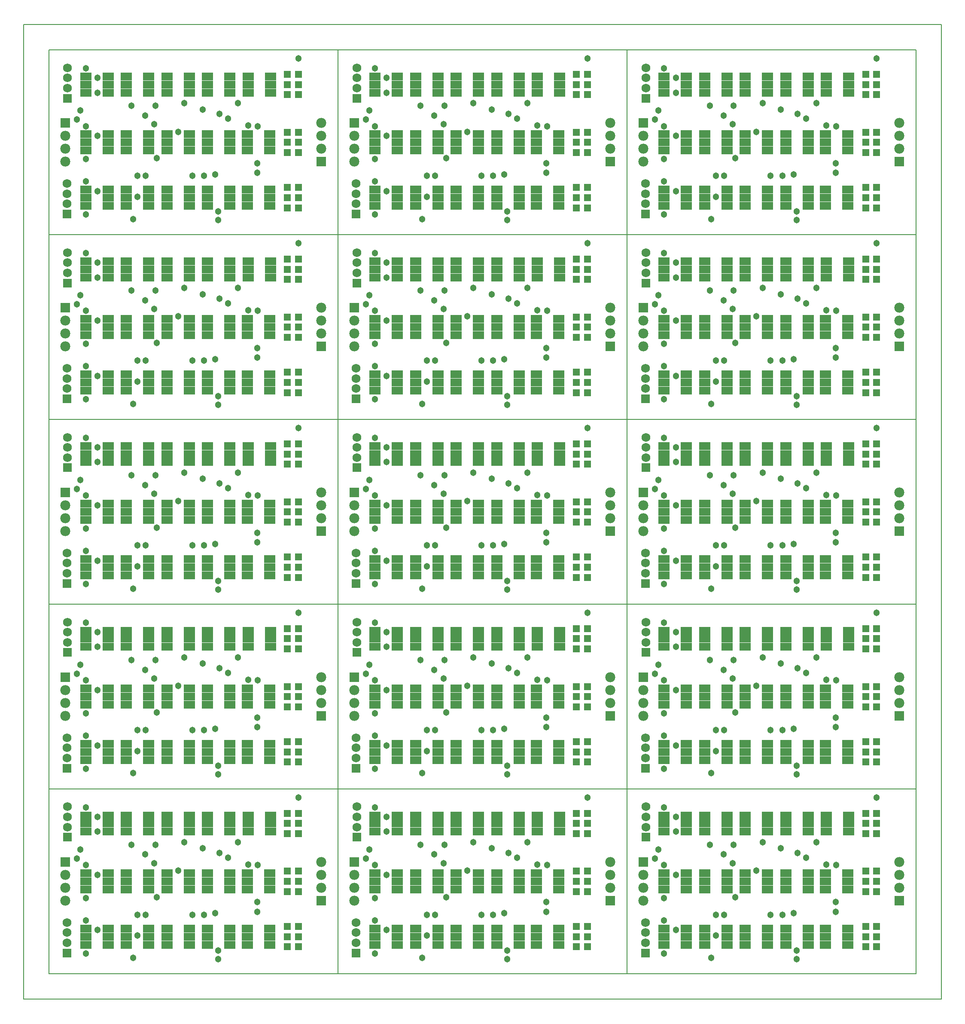
<source format=gbs>
%FSLAX25Y25*%
%MOIN*%
G70*
G01*
G75*
G04 Layer_Color=16711935*
%ADD10C,0.00787*%
%ADD11R,0.05000X0.03600*%
%ADD12R,0.03600X0.03600*%
%ADD13R,0.03150X0.03150*%
%ADD14R,0.07480X0.04000*%
%ADD15R,0.21654X0.07874*%
%ADD16R,0.03150X0.03150*%
%ADD17R,0.01654X0.07008*%
%ADD18R,0.07600X0.02400*%
%ADD19O,0.07600X0.02400*%
%ADD20R,0.05000X0.05000*%
%ADD21R,0.06890X0.04331*%
%ADD22R,0.06890X0.13583*%
%ADD23R,0.06693X0.07087*%
%ADD24C,0.00984*%
%ADD25C,0.03937*%
%ADD26C,0.01181*%
%ADD27C,0.01969*%
%ADD28C,0.01575*%
%ADD29R,0.06000X0.06000*%
%ADD30C,0.06000*%
%ADD31R,0.07000X0.07000*%
%ADD32C,0.07000*%
%ADD33C,0.04331*%
%ADD34R,0.05000X0.05000*%
%ADD35R,0.07874X0.05118*%
%ADD36C,0.00800*%
%ADD37C,0.01000*%
%ADD38C,0.00591*%
%ADD39C,0.00984*%
%ADD40C,0.02000*%
%ADD41R,0.05800X0.04400*%
%ADD42R,0.04400X0.04400*%
%ADD43R,0.03950X0.03950*%
%ADD44R,0.08280X0.04800*%
%ADD45R,0.22453X0.08674*%
%ADD46R,0.03950X0.03950*%
%ADD47R,0.02454X0.07808*%
%ADD48R,0.08400X0.03200*%
%ADD49O,0.08400X0.03200*%
%ADD50R,0.05800X0.05800*%
%ADD51R,0.07690X0.05131*%
%ADD52R,0.07690X0.14383*%
%ADD53R,0.07493X0.07887*%
%ADD54R,0.06800X0.06800*%
%ADD55C,0.06800*%
%ADD56R,0.07800X0.07800*%
%ADD57C,0.07800*%
%ADD58C,0.05131*%
%ADD59R,0.05800X0.05800*%
%ADD60R,0.08674X0.05918*%
D10*
X-19685Y-19685D02*
X692913D01*
Y736221D01*
X-19685D02*
X692913D01*
X-19685Y-19685D02*
Y736221D01*
X0Y0D02*
X224410D01*
Y143307D01*
X0D02*
X224410D01*
X0Y0D02*
Y143307D01*
X224410Y0D02*
X448819D01*
Y143307D01*
X224410D02*
X448819D01*
X224410Y0D02*
Y143307D01*
X448819Y0D02*
X673228D01*
Y143307D01*
X448819D02*
X673228D01*
X448819Y0D02*
Y143307D01*
X0D02*
X224410D01*
Y286614D01*
X0D02*
X224410D01*
X0Y143307D02*
Y286614D01*
X224410Y143307D02*
X448819D01*
Y286614D01*
X224410D02*
X448819D01*
X224410Y143307D02*
Y286614D01*
X448819Y143307D02*
X673228D01*
Y286614D01*
X448819D02*
X673228D01*
X448819Y143307D02*
Y286614D01*
X0D02*
X224410D01*
Y429921D01*
X0D02*
X224410D01*
X0Y286614D02*
Y429921D01*
X224410Y286614D02*
X448819D01*
Y429921D01*
X224410D02*
X448819D01*
X224410Y286614D02*
Y429921D01*
X448819Y286614D02*
X673228D01*
Y429921D01*
X448819D02*
X673228D01*
X448819Y286614D02*
Y429921D01*
X0D02*
X224410D01*
Y573228D01*
X0D02*
X224410D01*
X0Y429921D02*
Y573228D01*
X224410Y429921D02*
X448819D01*
Y573228D01*
X224410D02*
X448819D01*
X224410Y429921D02*
Y573228D01*
X448819Y429921D02*
X673228D01*
Y573228D01*
X448819D02*
X673228D01*
X448819Y429921D02*
Y573228D01*
X0D02*
X224410D01*
Y716536D01*
X0D02*
X224410D01*
X0Y573228D02*
Y716536D01*
X224410Y573228D02*
X448819D01*
Y716536D01*
X224410D02*
X448819D01*
X224410Y573228D02*
Y716536D01*
X448819Y573228D02*
X673228D01*
Y716536D01*
X448819D02*
X673228D01*
X448819Y573228D02*
Y716536D01*
D54*
X14567Y105905D02*
D03*
X14173Y16142D02*
D03*
X238976Y105905D02*
D03*
X238583Y16142D02*
D03*
X463386Y105905D02*
D03*
X462992Y16142D02*
D03*
X14567Y249213D02*
D03*
X14173Y159449D02*
D03*
X238976Y249213D02*
D03*
X238583Y159449D02*
D03*
X463386Y249213D02*
D03*
X462992Y159449D02*
D03*
X14567Y392520D02*
D03*
X14173Y302756D02*
D03*
X238976Y392520D02*
D03*
X238583Y302756D02*
D03*
X463386Y392520D02*
D03*
X462992Y302756D02*
D03*
X14567Y535827D02*
D03*
X14173Y446063D02*
D03*
X238976Y535827D02*
D03*
X238583Y446063D02*
D03*
X463386Y535827D02*
D03*
X462992Y446063D02*
D03*
X14567Y679134D02*
D03*
X14173Y589370D02*
D03*
X238976Y679134D02*
D03*
X238583Y589370D02*
D03*
X463386Y679134D02*
D03*
X462992Y589370D02*
D03*
D55*
X14567Y113779D02*
D03*
Y121653D02*
D03*
Y129527D02*
D03*
X14173Y24016D02*
D03*
Y31890D02*
D03*
Y39764D02*
D03*
X238976Y113779D02*
D03*
Y121653D02*
D03*
Y129527D02*
D03*
X238583Y24016D02*
D03*
Y31890D02*
D03*
Y39764D02*
D03*
X463386Y113779D02*
D03*
Y121653D02*
D03*
Y129527D02*
D03*
X462992Y24016D02*
D03*
Y31890D02*
D03*
Y39764D02*
D03*
X14567Y257087D02*
D03*
Y264961D02*
D03*
Y272835D02*
D03*
X14173Y167323D02*
D03*
Y175197D02*
D03*
Y183071D02*
D03*
X238976Y257087D02*
D03*
Y264961D02*
D03*
Y272835D02*
D03*
X238583Y167323D02*
D03*
Y175197D02*
D03*
Y183071D02*
D03*
X463386Y257087D02*
D03*
Y264961D02*
D03*
Y272835D02*
D03*
X462992Y167323D02*
D03*
Y175197D02*
D03*
Y183071D02*
D03*
X14567Y400394D02*
D03*
Y408268D02*
D03*
Y416142D02*
D03*
X14173Y310630D02*
D03*
Y318504D02*
D03*
Y326378D02*
D03*
X238976Y400394D02*
D03*
Y408268D02*
D03*
Y416142D02*
D03*
X238583Y310630D02*
D03*
Y318504D02*
D03*
Y326378D02*
D03*
X463386Y400394D02*
D03*
Y408268D02*
D03*
Y416142D02*
D03*
X462992Y310630D02*
D03*
Y318504D02*
D03*
Y326378D02*
D03*
X14567Y543701D02*
D03*
Y551575D02*
D03*
Y559449D02*
D03*
X14173Y453937D02*
D03*
Y461811D02*
D03*
Y469685D02*
D03*
X238976Y543701D02*
D03*
Y551575D02*
D03*
Y559449D02*
D03*
X238583Y453937D02*
D03*
Y461811D02*
D03*
Y469685D02*
D03*
X463386Y543701D02*
D03*
Y551575D02*
D03*
Y559449D02*
D03*
X462992Y453937D02*
D03*
Y461811D02*
D03*
Y469685D02*
D03*
X14567Y687008D02*
D03*
Y694882D02*
D03*
Y702756D02*
D03*
X14173Y597244D02*
D03*
Y605118D02*
D03*
Y612992D02*
D03*
X238976Y687008D02*
D03*
Y694882D02*
D03*
Y702756D02*
D03*
X238583Y597244D02*
D03*
Y605118D02*
D03*
Y612992D02*
D03*
X463386Y687008D02*
D03*
Y694882D02*
D03*
Y702756D02*
D03*
X462992Y597244D02*
D03*
Y605118D02*
D03*
Y612992D02*
D03*
D56*
X211417Y56653D02*
D03*
X12598Y86654D02*
D03*
X435827Y56653D02*
D03*
X237008Y86654D02*
D03*
X660236Y56653D02*
D03*
X461417Y86654D02*
D03*
X211417Y199961D02*
D03*
X12598Y229961D02*
D03*
X435827Y199961D02*
D03*
X237008Y229961D02*
D03*
X660236Y199961D02*
D03*
X461417Y229961D02*
D03*
X211417Y343268D02*
D03*
X12598Y373268D02*
D03*
X435827Y343268D02*
D03*
X237008Y373268D02*
D03*
X660236Y343268D02*
D03*
X461417Y373268D02*
D03*
X211417Y486575D02*
D03*
X12598Y516575D02*
D03*
X435827Y486575D02*
D03*
X237008Y516575D02*
D03*
X660236Y486575D02*
D03*
X461417Y516575D02*
D03*
X211417Y629882D02*
D03*
X12598Y659882D02*
D03*
X435827Y629882D02*
D03*
X237008Y659882D02*
D03*
X660236Y629882D02*
D03*
X461417Y659882D02*
D03*
D57*
X211417Y66654D02*
D03*
Y76653D02*
D03*
Y86654D02*
D03*
X12598Y76653D02*
D03*
Y66654D02*
D03*
Y56653D02*
D03*
X435827Y66654D02*
D03*
Y76653D02*
D03*
Y86654D02*
D03*
X237008Y76653D02*
D03*
Y66654D02*
D03*
Y56653D02*
D03*
X660236Y66654D02*
D03*
Y76653D02*
D03*
Y86654D02*
D03*
X461417Y76653D02*
D03*
Y66654D02*
D03*
Y56653D02*
D03*
X211417Y209961D02*
D03*
Y219961D02*
D03*
Y229961D02*
D03*
X12598Y219961D02*
D03*
Y209961D02*
D03*
Y199961D02*
D03*
X435827Y209961D02*
D03*
Y219961D02*
D03*
Y229961D02*
D03*
X237008Y219961D02*
D03*
Y209961D02*
D03*
Y199961D02*
D03*
X660236Y209961D02*
D03*
Y219961D02*
D03*
Y229961D02*
D03*
X461417Y219961D02*
D03*
Y209961D02*
D03*
Y199961D02*
D03*
X211417Y353268D02*
D03*
Y363268D02*
D03*
Y373268D02*
D03*
X12598Y363268D02*
D03*
Y353268D02*
D03*
Y343268D02*
D03*
X435827Y353268D02*
D03*
Y363268D02*
D03*
Y373268D02*
D03*
X237008Y363268D02*
D03*
Y353268D02*
D03*
Y343268D02*
D03*
X660236Y353268D02*
D03*
Y363268D02*
D03*
Y373268D02*
D03*
X461417Y363268D02*
D03*
Y353268D02*
D03*
Y343268D02*
D03*
X211417Y496575D02*
D03*
Y506575D02*
D03*
Y516575D02*
D03*
X12598Y506575D02*
D03*
Y496575D02*
D03*
Y486575D02*
D03*
X435827Y496575D02*
D03*
Y506575D02*
D03*
Y516575D02*
D03*
X237008Y506575D02*
D03*
Y496575D02*
D03*
Y486575D02*
D03*
X660236Y496575D02*
D03*
Y506575D02*
D03*
Y516575D02*
D03*
X461417Y506575D02*
D03*
Y496575D02*
D03*
Y486575D02*
D03*
X211417Y639882D02*
D03*
Y649882D02*
D03*
Y659882D02*
D03*
X12598Y649882D02*
D03*
Y639882D02*
D03*
Y629882D02*
D03*
X435827Y639882D02*
D03*
Y649882D02*
D03*
Y659882D02*
D03*
X237008Y649882D02*
D03*
Y639882D02*
D03*
Y629882D02*
D03*
X660236Y639882D02*
D03*
Y649882D02*
D03*
Y659882D02*
D03*
X461417Y649882D02*
D03*
Y639882D02*
D03*
Y629882D02*
D03*
D58*
X82677Y100000D02*
D03*
X162205Y84252D02*
D03*
X131496Y11417D02*
D03*
X68898Y29528D02*
D03*
X154724Y84646D02*
D03*
X64173Y100000D02*
D03*
X37795Y110236D02*
D03*
X100394Y79921D02*
D03*
X119291Y97244D02*
D03*
X193701Y136614D02*
D03*
X129134Y46850D02*
D03*
X131496Y18110D02*
D03*
X74803Y92520D02*
D03*
X146850Y101969D02*
D03*
X105118D02*
D03*
X21654Y89370D02*
D03*
X24409Y96457D02*
D03*
X81890Y85827D02*
D03*
X161811Y48031D02*
D03*
Y55512D02*
D03*
X138976Y90158D02*
D03*
X132283Y93701D02*
D03*
X65354Y12205D02*
D03*
X28740Y41339D02*
D03*
X37795Y33858D02*
D03*
X28740Y15748D02*
D03*
X28740Y84252D02*
D03*
X37795Y76772D02*
D03*
X28740Y58661D02*
D03*
X37795Y121653D02*
D03*
X28740Y129134D02*
D03*
X68898Y45669D02*
D03*
X75197D02*
D03*
X120472D02*
D03*
X111417D02*
D03*
X83858Y59449D02*
D03*
X307087Y100000D02*
D03*
X386614Y84252D02*
D03*
X355906Y11417D02*
D03*
X293307Y29528D02*
D03*
X379134Y84646D02*
D03*
X288583Y100000D02*
D03*
X262205Y110236D02*
D03*
X324803Y79921D02*
D03*
X343701Y97244D02*
D03*
X418110Y136614D02*
D03*
X353543Y46850D02*
D03*
X355906Y18110D02*
D03*
X299213Y92520D02*
D03*
X371260Y101969D02*
D03*
X329528D02*
D03*
X246063Y89370D02*
D03*
X248819Y96457D02*
D03*
X306299Y85827D02*
D03*
X386221Y48031D02*
D03*
Y55512D02*
D03*
X363386Y90158D02*
D03*
X356693Y93701D02*
D03*
X289764Y12205D02*
D03*
X253150Y41339D02*
D03*
X262205Y33858D02*
D03*
X253150Y15748D02*
D03*
X253150Y84252D02*
D03*
X262205Y76772D02*
D03*
X253150Y58661D02*
D03*
X262205Y121653D02*
D03*
X253150Y129134D02*
D03*
X293307Y45669D02*
D03*
X299606D02*
D03*
X344882D02*
D03*
X335827D02*
D03*
X308268Y59449D02*
D03*
X531496Y100000D02*
D03*
X611024Y84252D02*
D03*
X580315Y11417D02*
D03*
X517717Y29528D02*
D03*
X603543Y84646D02*
D03*
X512992Y100000D02*
D03*
X486614Y110236D02*
D03*
X549213Y79921D02*
D03*
X568110Y97244D02*
D03*
X642520Y136614D02*
D03*
X577953Y46850D02*
D03*
X580315Y18110D02*
D03*
X523622Y92520D02*
D03*
X595669Y101969D02*
D03*
X553937D02*
D03*
X470473Y89370D02*
D03*
X473228Y96457D02*
D03*
X530709Y85827D02*
D03*
X610630Y48031D02*
D03*
Y55512D02*
D03*
X587795Y90158D02*
D03*
X581102Y93701D02*
D03*
X514173Y12205D02*
D03*
X477559Y41339D02*
D03*
X486614Y33858D02*
D03*
X477559Y15748D02*
D03*
X477559Y84252D02*
D03*
X486614Y76772D02*
D03*
X477559Y58661D02*
D03*
X486614Y121653D02*
D03*
X477559Y129134D02*
D03*
X517717Y45669D02*
D03*
X524016D02*
D03*
X569291D02*
D03*
X560236D02*
D03*
X532677Y59449D02*
D03*
X82677Y243307D02*
D03*
X162205Y227559D02*
D03*
X131496Y154724D02*
D03*
X68898Y172835D02*
D03*
X154724Y227953D02*
D03*
X64173Y243307D02*
D03*
X37795Y253543D02*
D03*
X100394Y223228D02*
D03*
X119291Y240551D02*
D03*
X193701Y279921D02*
D03*
X129134Y190157D02*
D03*
X131496Y161417D02*
D03*
X74803Y235827D02*
D03*
X146850Y245276D02*
D03*
X105118D02*
D03*
X21654Y232677D02*
D03*
X24409Y239764D02*
D03*
X81890Y229134D02*
D03*
X161811Y191339D02*
D03*
Y198819D02*
D03*
X138976Y233465D02*
D03*
X132283Y237008D02*
D03*
X65354Y155512D02*
D03*
X28740Y184646D02*
D03*
X37795Y177165D02*
D03*
X28740Y159055D02*
D03*
X28740Y227559D02*
D03*
X37795Y220079D02*
D03*
X28740Y201969D02*
D03*
X37795Y264961D02*
D03*
X28740Y272441D02*
D03*
X68898Y188976D02*
D03*
X75197D02*
D03*
X120472D02*
D03*
X111417D02*
D03*
X83858Y202756D02*
D03*
X307087Y243307D02*
D03*
X386614Y227559D02*
D03*
X355906Y154724D02*
D03*
X293307Y172835D02*
D03*
X379134Y227953D02*
D03*
X288583Y243307D02*
D03*
X262205Y253543D02*
D03*
X324803Y223228D02*
D03*
X343701Y240551D02*
D03*
X418110Y279921D02*
D03*
X353543Y190157D02*
D03*
X355906Y161417D02*
D03*
X299213Y235827D02*
D03*
X371260Y245276D02*
D03*
X329528D02*
D03*
X246063Y232677D02*
D03*
X248819Y239764D02*
D03*
X306299Y229134D02*
D03*
X386221Y191339D02*
D03*
Y198819D02*
D03*
X363386Y233465D02*
D03*
X356693Y237008D02*
D03*
X289764Y155512D02*
D03*
X253150Y184646D02*
D03*
X262205Y177165D02*
D03*
X253150Y159055D02*
D03*
X253150Y227559D02*
D03*
X262205Y220079D02*
D03*
X253150Y201969D02*
D03*
X262205Y264961D02*
D03*
X253150Y272441D02*
D03*
X293307Y188976D02*
D03*
X299606D02*
D03*
X344882D02*
D03*
X335827D02*
D03*
X308268Y202756D02*
D03*
X531496Y243307D02*
D03*
X611024Y227559D02*
D03*
X580315Y154724D02*
D03*
X517717Y172835D02*
D03*
X603543Y227953D02*
D03*
X512992Y243307D02*
D03*
X486614Y253543D02*
D03*
X549213Y223228D02*
D03*
X568110Y240551D02*
D03*
X642520Y279921D02*
D03*
X577953Y190157D02*
D03*
X580315Y161417D02*
D03*
X523622Y235827D02*
D03*
X595669Y245276D02*
D03*
X553937D02*
D03*
X470473Y232677D02*
D03*
X473228Y239764D02*
D03*
X530709Y229134D02*
D03*
X610630Y191339D02*
D03*
Y198819D02*
D03*
X587795Y233465D02*
D03*
X581102Y237008D02*
D03*
X514173Y155512D02*
D03*
X477559Y184646D02*
D03*
X486614Y177165D02*
D03*
X477559Y159055D02*
D03*
X477559Y227559D02*
D03*
X486614Y220079D02*
D03*
X477559Y201969D02*
D03*
X486614Y264961D02*
D03*
X477559Y272441D02*
D03*
X517717Y188976D02*
D03*
X524016D02*
D03*
X569291D02*
D03*
X560236D02*
D03*
X532677Y202756D02*
D03*
X82677Y386614D02*
D03*
X162205Y370866D02*
D03*
X131496Y298031D02*
D03*
X68898Y316142D02*
D03*
X154724Y371260D02*
D03*
X64173Y386614D02*
D03*
X37795Y396850D02*
D03*
X100394Y366535D02*
D03*
X119291Y383858D02*
D03*
X193701Y423228D02*
D03*
X129134Y333465D02*
D03*
X131496Y304724D02*
D03*
X74803Y379134D02*
D03*
X146850Y388583D02*
D03*
X105118D02*
D03*
X21654Y375984D02*
D03*
X24409Y383071D02*
D03*
X81890Y372441D02*
D03*
X161811Y334646D02*
D03*
Y342126D02*
D03*
X138976Y376772D02*
D03*
X132283Y380315D02*
D03*
X65354Y298819D02*
D03*
X28740Y327953D02*
D03*
X37795Y320472D02*
D03*
X28740Y302362D02*
D03*
X28740Y370866D02*
D03*
X37795Y363386D02*
D03*
X28740Y345276D02*
D03*
X37795Y408268D02*
D03*
X28740Y415748D02*
D03*
X68898Y332283D02*
D03*
X75197D02*
D03*
X120472D02*
D03*
X111417D02*
D03*
X83858Y346063D02*
D03*
X307087Y386614D02*
D03*
X386614Y370866D02*
D03*
X355906Y298031D02*
D03*
X293307Y316142D02*
D03*
X379134Y371260D02*
D03*
X288583Y386614D02*
D03*
X262205Y396850D02*
D03*
X324803Y366535D02*
D03*
X343701Y383858D02*
D03*
X418110Y423228D02*
D03*
X353543Y333465D02*
D03*
X355906Y304724D02*
D03*
X299213Y379134D02*
D03*
X371260Y388583D02*
D03*
X329528D02*
D03*
X246063Y375984D02*
D03*
X248819Y383071D02*
D03*
X306299Y372441D02*
D03*
X386221Y334646D02*
D03*
Y342126D02*
D03*
X363386Y376772D02*
D03*
X356693Y380315D02*
D03*
X289764Y298819D02*
D03*
X253150Y327953D02*
D03*
X262205Y320472D02*
D03*
X253150Y302362D02*
D03*
X253150Y370866D02*
D03*
X262205Y363386D02*
D03*
X253150Y345276D02*
D03*
X262205Y408268D02*
D03*
X253150Y415748D02*
D03*
X293307Y332283D02*
D03*
X299606D02*
D03*
X344882D02*
D03*
X335827D02*
D03*
X308268Y346063D02*
D03*
X531496Y386614D02*
D03*
X611024Y370866D02*
D03*
X580315Y298031D02*
D03*
X517717Y316142D02*
D03*
X603543Y371260D02*
D03*
X512992Y386614D02*
D03*
X486614Y396850D02*
D03*
X549213Y366535D02*
D03*
X568110Y383858D02*
D03*
X642520Y423228D02*
D03*
X577953Y333465D02*
D03*
X580315Y304724D02*
D03*
X523622Y379134D02*
D03*
X595669Y388583D02*
D03*
X553937D02*
D03*
X470473Y375984D02*
D03*
X473228Y383071D02*
D03*
X530709Y372441D02*
D03*
X610630Y334646D02*
D03*
Y342126D02*
D03*
X587795Y376772D02*
D03*
X581102Y380315D02*
D03*
X514173Y298819D02*
D03*
X477559Y327953D02*
D03*
X486614Y320472D02*
D03*
X477559Y302362D02*
D03*
X477559Y370866D02*
D03*
X486614Y363386D02*
D03*
X477559Y345276D02*
D03*
X486614Y408268D02*
D03*
X477559Y415748D02*
D03*
X517717Y332283D02*
D03*
X524016D02*
D03*
X569291D02*
D03*
X560236D02*
D03*
X532677Y346063D02*
D03*
X82677Y529921D02*
D03*
X162205Y514173D02*
D03*
X131496Y441339D02*
D03*
X68898Y459449D02*
D03*
X154724Y514567D02*
D03*
X64173Y529921D02*
D03*
X37795Y540158D02*
D03*
X100394Y509842D02*
D03*
X119291Y527165D02*
D03*
X193701Y566535D02*
D03*
X129134Y476772D02*
D03*
X131496Y448032D02*
D03*
X74803Y522441D02*
D03*
X146850Y531890D02*
D03*
X105118D02*
D03*
X21654Y519291D02*
D03*
X24409Y526378D02*
D03*
X81890Y515748D02*
D03*
X161811Y477953D02*
D03*
Y485433D02*
D03*
X138976Y520079D02*
D03*
X132283Y523622D02*
D03*
X65354Y442126D02*
D03*
X28740Y471260D02*
D03*
X37795Y463779D02*
D03*
X28740Y445669D02*
D03*
X28740Y514173D02*
D03*
X37795Y506693D02*
D03*
X28740Y488583D02*
D03*
X37795Y551575D02*
D03*
X28740Y559055D02*
D03*
X68898Y475591D02*
D03*
X75197D02*
D03*
X120472D02*
D03*
X111417D02*
D03*
X83858Y489370D02*
D03*
X307087Y529921D02*
D03*
X386614Y514173D02*
D03*
X355906Y441339D02*
D03*
X293307Y459449D02*
D03*
X379134Y514567D02*
D03*
X288583Y529921D02*
D03*
X262205Y540158D02*
D03*
X324803Y509842D02*
D03*
X343701Y527165D02*
D03*
X418110Y566535D02*
D03*
X353543Y476772D02*
D03*
X355906Y448032D02*
D03*
X299213Y522441D02*
D03*
X371260Y531890D02*
D03*
X329528D02*
D03*
X246063Y519291D02*
D03*
X248819Y526378D02*
D03*
X306299Y515748D02*
D03*
X386221Y477953D02*
D03*
Y485433D02*
D03*
X363386Y520079D02*
D03*
X356693Y523622D02*
D03*
X289764Y442126D02*
D03*
X253150Y471260D02*
D03*
X262205Y463779D02*
D03*
X253150Y445669D02*
D03*
X253150Y514173D02*
D03*
X262205Y506693D02*
D03*
X253150Y488583D02*
D03*
X262205Y551575D02*
D03*
X253150Y559055D02*
D03*
X293307Y475591D02*
D03*
X299606D02*
D03*
X344882D02*
D03*
X335827D02*
D03*
X308268Y489370D02*
D03*
X531496Y529921D02*
D03*
X611024Y514173D02*
D03*
X580315Y441339D02*
D03*
X517717Y459449D02*
D03*
X603543Y514567D02*
D03*
X512992Y529921D02*
D03*
X486614Y540158D02*
D03*
X549213Y509842D02*
D03*
X568110Y527165D02*
D03*
X642520Y566535D02*
D03*
X577953Y476772D02*
D03*
X580315Y448032D02*
D03*
X523622Y522441D02*
D03*
X595669Y531890D02*
D03*
X553937D02*
D03*
X470473Y519291D02*
D03*
X473228Y526378D02*
D03*
X530709Y515748D02*
D03*
X610630Y477953D02*
D03*
Y485433D02*
D03*
X587795Y520079D02*
D03*
X581102Y523622D02*
D03*
X514173Y442126D02*
D03*
X477559Y471260D02*
D03*
X486614Y463779D02*
D03*
X477559Y445669D02*
D03*
X477559Y514173D02*
D03*
X486614Y506693D02*
D03*
X477559Y488583D02*
D03*
X486614Y551575D02*
D03*
X477559Y559055D02*
D03*
X517717Y475591D02*
D03*
X524016D02*
D03*
X569291D02*
D03*
X560236D02*
D03*
X532677Y489370D02*
D03*
X82677Y673228D02*
D03*
X162205Y657480D02*
D03*
X131496Y584646D02*
D03*
X68898Y602756D02*
D03*
X154724Y657874D02*
D03*
X64173Y673228D02*
D03*
X37795Y683465D02*
D03*
X100394Y653150D02*
D03*
X119291Y670472D02*
D03*
X193701Y709842D02*
D03*
X129134Y620079D02*
D03*
X131496Y591339D02*
D03*
X74803Y665748D02*
D03*
X146850Y675197D02*
D03*
X105118D02*
D03*
X21654Y662598D02*
D03*
X24409Y669685D02*
D03*
X81890Y659055D02*
D03*
X161811Y621260D02*
D03*
Y628740D02*
D03*
X138976Y663386D02*
D03*
X132283Y666929D02*
D03*
X65354Y585433D02*
D03*
X28740Y614567D02*
D03*
X37795Y607087D02*
D03*
X28740Y588976D02*
D03*
X28740Y657480D02*
D03*
X37795Y650000D02*
D03*
X28740Y631890D02*
D03*
X37795Y694882D02*
D03*
X28740Y702362D02*
D03*
X68898Y618898D02*
D03*
X75197D02*
D03*
X120472D02*
D03*
X111417D02*
D03*
X83858Y632677D02*
D03*
X307087Y673228D02*
D03*
X386614Y657480D02*
D03*
X355906Y584646D02*
D03*
X293307Y602756D02*
D03*
X379134Y657874D02*
D03*
X288583Y673228D02*
D03*
X262205Y683465D02*
D03*
X324803Y653150D02*
D03*
X343701Y670472D02*
D03*
X418110Y709842D02*
D03*
X353543Y620079D02*
D03*
X355906Y591339D02*
D03*
X299213Y665748D02*
D03*
X371260Y675197D02*
D03*
X329528D02*
D03*
X246063Y662598D02*
D03*
X248819Y669685D02*
D03*
X306299Y659055D02*
D03*
X386221Y621260D02*
D03*
Y628740D02*
D03*
X363386Y663386D02*
D03*
X356693Y666929D02*
D03*
X289764Y585433D02*
D03*
X253150Y614567D02*
D03*
X262205Y607087D02*
D03*
X253150Y588976D02*
D03*
X253150Y657480D02*
D03*
X262205Y650000D02*
D03*
X253150Y631890D02*
D03*
X262205Y694882D02*
D03*
X253150Y702362D02*
D03*
X293307Y618898D02*
D03*
X299606D02*
D03*
X344882D02*
D03*
X335827D02*
D03*
X308268Y632677D02*
D03*
X531496Y673228D02*
D03*
X611024Y657480D02*
D03*
X580315Y584646D02*
D03*
X517717Y602756D02*
D03*
X603543Y657874D02*
D03*
X512992Y673228D02*
D03*
X486614Y683465D02*
D03*
X549213Y653150D02*
D03*
X568110Y670472D02*
D03*
X642520Y709842D02*
D03*
X577953Y620079D02*
D03*
X580315Y591339D02*
D03*
X523622Y665748D02*
D03*
X595669Y675197D02*
D03*
X553937D02*
D03*
X470473Y662598D02*
D03*
X473228Y669685D02*
D03*
X530709Y659055D02*
D03*
X610630Y621260D02*
D03*
Y628740D02*
D03*
X587795Y663386D02*
D03*
X581102Y666929D02*
D03*
X514173Y585433D02*
D03*
X477559Y614567D02*
D03*
X486614Y607087D02*
D03*
X477559Y588976D02*
D03*
X477559Y657480D02*
D03*
X486614Y650000D02*
D03*
X477559Y631890D02*
D03*
X486614Y694882D02*
D03*
X477559Y702362D02*
D03*
X517717Y618898D02*
D03*
X524016D02*
D03*
X569291D02*
D03*
X560236D02*
D03*
X532677Y632677D02*
D03*
D59*
X193620Y36614D02*
D03*
X185120D02*
D03*
X193620Y28740D02*
D03*
X185120D02*
D03*
Y20866D02*
D03*
X193620D02*
D03*
X193620Y79528D02*
D03*
X185120D02*
D03*
X193620Y71653D02*
D03*
X185120D02*
D03*
X193620Y63779D02*
D03*
X185120D02*
D03*
X193620Y108661D02*
D03*
X185120D02*
D03*
X193620Y116535D02*
D03*
X185120D02*
D03*
X193620Y124409D02*
D03*
X185120D02*
D03*
X418029Y36614D02*
D03*
X409529D02*
D03*
X418029Y28740D02*
D03*
X409529D02*
D03*
Y20866D02*
D03*
X418029D02*
D03*
X418029Y79528D02*
D03*
X409529D02*
D03*
X418029Y71653D02*
D03*
X409529D02*
D03*
X418029Y63779D02*
D03*
X409529D02*
D03*
X418029Y108661D02*
D03*
X409529D02*
D03*
X418029Y116535D02*
D03*
X409529D02*
D03*
X418029Y124409D02*
D03*
X409529D02*
D03*
X642439Y36614D02*
D03*
X633939D02*
D03*
X642439Y28740D02*
D03*
X633939D02*
D03*
Y20866D02*
D03*
X642439D02*
D03*
X642439Y79528D02*
D03*
X633939D02*
D03*
X642439Y71653D02*
D03*
X633939D02*
D03*
X642439Y63779D02*
D03*
X633939D02*
D03*
X642439Y108661D02*
D03*
X633939D02*
D03*
X642439Y116535D02*
D03*
X633939D02*
D03*
X642439Y124409D02*
D03*
X633939D02*
D03*
X193620Y179921D02*
D03*
X185120D02*
D03*
X193620Y172047D02*
D03*
X185120D02*
D03*
Y164173D02*
D03*
X193620D02*
D03*
X193620Y222835D02*
D03*
X185120D02*
D03*
X193620Y214961D02*
D03*
X185120D02*
D03*
X193620Y207087D02*
D03*
X185120D02*
D03*
X193620Y251969D02*
D03*
X185120D02*
D03*
X193620Y259842D02*
D03*
X185120D02*
D03*
X193620Y267717D02*
D03*
X185120D02*
D03*
X418029Y179921D02*
D03*
X409529D02*
D03*
X418029Y172047D02*
D03*
X409529D02*
D03*
Y164173D02*
D03*
X418029D02*
D03*
X418029Y222835D02*
D03*
X409529D02*
D03*
X418029Y214961D02*
D03*
X409529D02*
D03*
X418029Y207087D02*
D03*
X409529D02*
D03*
X418029Y251969D02*
D03*
X409529D02*
D03*
X418029Y259842D02*
D03*
X409529D02*
D03*
X418029Y267717D02*
D03*
X409529D02*
D03*
X642439Y179921D02*
D03*
X633939D02*
D03*
X642439Y172047D02*
D03*
X633939D02*
D03*
Y164173D02*
D03*
X642439D02*
D03*
X642439Y222835D02*
D03*
X633939D02*
D03*
X642439Y214961D02*
D03*
X633939D02*
D03*
X642439Y207087D02*
D03*
X633939D02*
D03*
X642439Y251969D02*
D03*
X633939D02*
D03*
X642439Y259842D02*
D03*
X633939D02*
D03*
X642439Y267717D02*
D03*
X633939D02*
D03*
X193620Y323228D02*
D03*
X185120D02*
D03*
X193620Y315354D02*
D03*
X185120D02*
D03*
Y307480D02*
D03*
X193620D02*
D03*
X193620Y366142D02*
D03*
X185120D02*
D03*
X193620Y358268D02*
D03*
X185120D02*
D03*
X193620Y350394D02*
D03*
X185120D02*
D03*
X193620Y395276D02*
D03*
X185120D02*
D03*
X193620Y403150D02*
D03*
X185120D02*
D03*
X193620Y411024D02*
D03*
X185120D02*
D03*
X418029Y323228D02*
D03*
X409529D02*
D03*
X418029Y315354D02*
D03*
X409529D02*
D03*
Y307480D02*
D03*
X418029D02*
D03*
X418029Y366142D02*
D03*
X409529D02*
D03*
X418029Y358268D02*
D03*
X409529D02*
D03*
X418029Y350394D02*
D03*
X409529D02*
D03*
X418029Y395276D02*
D03*
X409529D02*
D03*
X418029Y403150D02*
D03*
X409529D02*
D03*
X418029Y411024D02*
D03*
X409529D02*
D03*
X642439Y323228D02*
D03*
X633939D02*
D03*
X642439Y315354D02*
D03*
X633939D02*
D03*
Y307480D02*
D03*
X642439D02*
D03*
X642439Y366142D02*
D03*
X633939D02*
D03*
X642439Y358268D02*
D03*
X633939D02*
D03*
X642439Y350394D02*
D03*
X633939D02*
D03*
X642439Y395276D02*
D03*
X633939D02*
D03*
X642439Y403150D02*
D03*
X633939D02*
D03*
X642439Y411024D02*
D03*
X633939D02*
D03*
X193620Y466536D02*
D03*
X185120D02*
D03*
X193620Y458661D02*
D03*
X185120D02*
D03*
Y450787D02*
D03*
X193620D02*
D03*
X193620Y509449D02*
D03*
X185120D02*
D03*
X193620Y501575D02*
D03*
X185120D02*
D03*
X193620Y493701D02*
D03*
X185120D02*
D03*
X193620Y538583D02*
D03*
X185120D02*
D03*
X193620Y546457D02*
D03*
X185120D02*
D03*
X193620Y554331D02*
D03*
X185120D02*
D03*
X418029Y466536D02*
D03*
X409529D02*
D03*
X418029Y458661D02*
D03*
X409529D02*
D03*
Y450787D02*
D03*
X418029D02*
D03*
X418029Y509449D02*
D03*
X409529D02*
D03*
X418029Y501575D02*
D03*
X409529D02*
D03*
X418029Y493701D02*
D03*
X409529D02*
D03*
X418029Y538583D02*
D03*
X409529D02*
D03*
X418029Y546457D02*
D03*
X409529D02*
D03*
X418029Y554331D02*
D03*
X409529D02*
D03*
X642439Y466536D02*
D03*
X633939D02*
D03*
X642439Y458661D02*
D03*
X633939D02*
D03*
Y450787D02*
D03*
X642439D02*
D03*
X642439Y509449D02*
D03*
X633939D02*
D03*
X642439Y501575D02*
D03*
X633939D02*
D03*
X642439Y493701D02*
D03*
X633939D02*
D03*
X642439Y538583D02*
D03*
X633939D02*
D03*
X642439Y546457D02*
D03*
X633939D02*
D03*
X642439Y554331D02*
D03*
X633939D02*
D03*
X193620Y609842D02*
D03*
X185120D02*
D03*
X193620Y601968D02*
D03*
X185120D02*
D03*
Y594095D02*
D03*
X193620D02*
D03*
X193620Y652756D02*
D03*
X185120D02*
D03*
X193620Y644882D02*
D03*
X185120D02*
D03*
X193620Y637008D02*
D03*
X185120D02*
D03*
X193620Y681890D02*
D03*
X185120D02*
D03*
X193620Y689764D02*
D03*
X185120D02*
D03*
X193620Y697638D02*
D03*
X185120D02*
D03*
X418029Y609842D02*
D03*
X409529D02*
D03*
X418029Y601968D02*
D03*
X409529D02*
D03*
Y594095D02*
D03*
X418029D02*
D03*
X418029Y652756D02*
D03*
X409529D02*
D03*
X418029Y644882D02*
D03*
X409529D02*
D03*
X418029Y637008D02*
D03*
X409529D02*
D03*
X418029Y681890D02*
D03*
X409529D02*
D03*
X418029Y689764D02*
D03*
X409529D02*
D03*
X418029Y697638D02*
D03*
X409529D02*
D03*
X642439Y609842D02*
D03*
X633939D02*
D03*
X642439Y601968D02*
D03*
X633939D02*
D03*
Y594095D02*
D03*
X642439D02*
D03*
X642439Y652756D02*
D03*
X633939D02*
D03*
X642439Y644882D02*
D03*
X633939D02*
D03*
X642439Y637008D02*
D03*
X633939D02*
D03*
X642439Y681890D02*
D03*
X633939D02*
D03*
X642439Y689764D02*
D03*
X633939D02*
D03*
X642439Y697638D02*
D03*
X633939D02*
D03*
D60*
X153937Y22441D02*
D03*
Y28740D02*
D03*
Y35039D02*
D03*
X171260Y22441D02*
D03*
Y28740D02*
D03*
Y35039D02*
D03*
X123228Y22441D02*
D03*
Y28740D02*
D03*
Y35039D02*
D03*
X140551Y22441D02*
D03*
Y28740D02*
D03*
Y35039D02*
D03*
X91732Y22441D02*
D03*
Y28740D02*
D03*
Y35039D02*
D03*
X109055Y22441D02*
D03*
Y28740D02*
D03*
Y35039D02*
D03*
X60236Y22441D02*
D03*
Y28740D02*
D03*
Y35039D02*
D03*
X77559Y22441D02*
D03*
Y28740D02*
D03*
Y35039D02*
D03*
X28740Y22441D02*
D03*
Y28740D02*
D03*
Y35039D02*
D03*
X46063Y22441D02*
D03*
Y28740D02*
D03*
Y35039D02*
D03*
X28740Y65354D02*
D03*
Y71653D02*
D03*
Y77953D02*
D03*
X46063Y65354D02*
D03*
Y71653D02*
D03*
Y77953D02*
D03*
X60236Y65354D02*
D03*
Y71653D02*
D03*
Y77953D02*
D03*
X77559Y65354D02*
D03*
Y71653D02*
D03*
Y77953D02*
D03*
X91732Y65354D02*
D03*
Y71653D02*
D03*
Y77953D02*
D03*
X109055Y65354D02*
D03*
Y71653D02*
D03*
Y77953D02*
D03*
X123228Y65354D02*
D03*
Y71653D02*
D03*
Y77953D02*
D03*
X140551Y65354D02*
D03*
Y71653D02*
D03*
Y77953D02*
D03*
X153937Y65354D02*
D03*
Y71653D02*
D03*
Y77953D02*
D03*
X171260Y65354D02*
D03*
Y71653D02*
D03*
Y77953D02*
D03*
X154724Y110236D02*
D03*
Y116535D02*
D03*
Y122835D02*
D03*
X172047Y110236D02*
D03*
Y116535D02*
D03*
Y122835D02*
D03*
X123228Y110236D02*
D03*
Y116535D02*
D03*
Y122835D02*
D03*
X140551Y110236D02*
D03*
Y116535D02*
D03*
Y122835D02*
D03*
X91732Y110236D02*
D03*
Y116535D02*
D03*
Y122835D02*
D03*
X109055Y110236D02*
D03*
Y116535D02*
D03*
Y122835D02*
D03*
X60236Y110236D02*
D03*
Y116535D02*
D03*
Y122835D02*
D03*
X77559Y110236D02*
D03*
Y116535D02*
D03*
Y122835D02*
D03*
X28740Y110236D02*
D03*
Y116535D02*
D03*
Y122835D02*
D03*
X46063Y110236D02*
D03*
Y116535D02*
D03*
Y122835D02*
D03*
X378346Y22441D02*
D03*
Y28740D02*
D03*
Y35039D02*
D03*
X395669Y22441D02*
D03*
Y28740D02*
D03*
Y35039D02*
D03*
X347638Y22441D02*
D03*
Y28740D02*
D03*
Y35039D02*
D03*
X364961Y22441D02*
D03*
Y28740D02*
D03*
Y35039D02*
D03*
X316142Y22441D02*
D03*
Y28740D02*
D03*
Y35039D02*
D03*
X333465Y22441D02*
D03*
Y28740D02*
D03*
Y35039D02*
D03*
X284646Y22441D02*
D03*
Y28740D02*
D03*
Y35039D02*
D03*
X301969Y22441D02*
D03*
Y28740D02*
D03*
Y35039D02*
D03*
X253150Y22441D02*
D03*
Y28740D02*
D03*
Y35039D02*
D03*
X270472Y22441D02*
D03*
Y28740D02*
D03*
Y35039D02*
D03*
X253150Y65354D02*
D03*
Y71653D02*
D03*
Y77953D02*
D03*
X270472Y65354D02*
D03*
Y71653D02*
D03*
Y77953D02*
D03*
X284646Y65354D02*
D03*
Y71653D02*
D03*
Y77953D02*
D03*
X301969Y65354D02*
D03*
Y71653D02*
D03*
Y77953D02*
D03*
X316142Y65354D02*
D03*
Y71653D02*
D03*
Y77953D02*
D03*
X333465Y65354D02*
D03*
Y71653D02*
D03*
Y77953D02*
D03*
X347638Y65354D02*
D03*
Y71653D02*
D03*
Y77953D02*
D03*
X364961Y65354D02*
D03*
Y71653D02*
D03*
Y77953D02*
D03*
X378346Y65354D02*
D03*
Y71653D02*
D03*
Y77953D02*
D03*
X395669Y65354D02*
D03*
Y71653D02*
D03*
Y77953D02*
D03*
X379134Y110236D02*
D03*
Y116535D02*
D03*
Y122835D02*
D03*
X396457Y110236D02*
D03*
Y116535D02*
D03*
Y122835D02*
D03*
X347638Y110236D02*
D03*
Y116535D02*
D03*
Y122835D02*
D03*
X364961Y110236D02*
D03*
Y116535D02*
D03*
Y122835D02*
D03*
X316142Y110236D02*
D03*
Y116535D02*
D03*
Y122835D02*
D03*
X333465Y110236D02*
D03*
Y116535D02*
D03*
Y122835D02*
D03*
X284646Y110236D02*
D03*
Y116535D02*
D03*
Y122835D02*
D03*
X301969Y110236D02*
D03*
Y116535D02*
D03*
Y122835D02*
D03*
X253150Y110236D02*
D03*
Y116535D02*
D03*
Y122835D02*
D03*
X270472Y110236D02*
D03*
Y116535D02*
D03*
Y122835D02*
D03*
X602756Y22441D02*
D03*
Y28740D02*
D03*
Y35039D02*
D03*
X620079Y22441D02*
D03*
Y28740D02*
D03*
Y35039D02*
D03*
X572047Y22441D02*
D03*
Y28740D02*
D03*
Y35039D02*
D03*
X589370Y22441D02*
D03*
Y28740D02*
D03*
Y35039D02*
D03*
X540551Y22441D02*
D03*
Y28740D02*
D03*
Y35039D02*
D03*
X557874Y22441D02*
D03*
Y28740D02*
D03*
Y35039D02*
D03*
X509055Y22441D02*
D03*
Y28740D02*
D03*
Y35039D02*
D03*
X526378Y22441D02*
D03*
Y28740D02*
D03*
Y35039D02*
D03*
X477559Y22441D02*
D03*
Y28740D02*
D03*
Y35039D02*
D03*
X494882Y22441D02*
D03*
Y28740D02*
D03*
Y35039D02*
D03*
X477559Y65354D02*
D03*
Y71653D02*
D03*
Y77953D02*
D03*
X494882Y65354D02*
D03*
Y71653D02*
D03*
Y77953D02*
D03*
X509055Y65354D02*
D03*
Y71653D02*
D03*
Y77953D02*
D03*
X526378Y65354D02*
D03*
Y71653D02*
D03*
Y77953D02*
D03*
X540551Y65354D02*
D03*
Y71653D02*
D03*
Y77953D02*
D03*
X557874Y65354D02*
D03*
Y71653D02*
D03*
Y77953D02*
D03*
X572047Y65354D02*
D03*
Y71653D02*
D03*
Y77953D02*
D03*
X589370Y65354D02*
D03*
Y71653D02*
D03*
Y77953D02*
D03*
X602756Y65354D02*
D03*
Y71653D02*
D03*
Y77953D02*
D03*
X620079Y65354D02*
D03*
Y71653D02*
D03*
Y77953D02*
D03*
X603543Y110236D02*
D03*
Y116535D02*
D03*
Y122835D02*
D03*
X620866Y110236D02*
D03*
Y116535D02*
D03*
Y122835D02*
D03*
X572047Y110236D02*
D03*
Y116535D02*
D03*
Y122835D02*
D03*
X589370Y110236D02*
D03*
Y116535D02*
D03*
Y122835D02*
D03*
X540551Y110236D02*
D03*
Y116535D02*
D03*
Y122835D02*
D03*
X557874Y110236D02*
D03*
Y116535D02*
D03*
Y122835D02*
D03*
X509055Y110236D02*
D03*
Y116535D02*
D03*
Y122835D02*
D03*
X526378Y110236D02*
D03*
Y116535D02*
D03*
Y122835D02*
D03*
X477559Y110236D02*
D03*
Y116535D02*
D03*
Y122835D02*
D03*
X494882Y110236D02*
D03*
Y116535D02*
D03*
Y122835D02*
D03*
X153937Y165748D02*
D03*
Y172047D02*
D03*
Y178347D02*
D03*
X171260Y165748D02*
D03*
Y172047D02*
D03*
Y178347D02*
D03*
X123228Y165748D02*
D03*
Y172047D02*
D03*
Y178347D02*
D03*
X140551Y165748D02*
D03*
Y172047D02*
D03*
Y178347D02*
D03*
X91732Y165748D02*
D03*
Y172047D02*
D03*
Y178347D02*
D03*
X109055Y165748D02*
D03*
Y172047D02*
D03*
Y178347D02*
D03*
X60236Y165748D02*
D03*
Y172047D02*
D03*
Y178347D02*
D03*
X77559Y165748D02*
D03*
Y172047D02*
D03*
Y178347D02*
D03*
X28740Y165748D02*
D03*
Y172047D02*
D03*
Y178347D02*
D03*
X46063Y165748D02*
D03*
Y172047D02*
D03*
Y178347D02*
D03*
X28740Y208661D02*
D03*
Y214961D02*
D03*
Y221260D02*
D03*
X46063Y208661D02*
D03*
Y214961D02*
D03*
Y221260D02*
D03*
X60236Y208661D02*
D03*
Y214961D02*
D03*
Y221260D02*
D03*
X77559Y208661D02*
D03*
Y214961D02*
D03*
Y221260D02*
D03*
X91732Y208661D02*
D03*
Y214961D02*
D03*
Y221260D02*
D03*
X109055Y208661D02*
D03*
Y214961D02*
D03*
Y221260D02*
D03*
X123228Y208661D02*
D03*
Y214961D02*
D03*
Y221260D02*
D03*
X140551Y208661D02*
D03*
Y214961D02*
D03*
Y221260D02*
D03*
X153937Y208661D02*
D03*
Y214961D02*
D03*
Y221260D02*
D03*
X171260Y208661D02*
D03*
Y214961D02*
D03*
Y221260D02*
D03*
X154724Y253543D02*
D03*
Y259842D02*
D03*
Y266142D02*
D03*
X172047Y253543D02*
D03*
Y259842D02*
D03*
Y266142D02*
D03*
X123228Y253543D02*
D03*
Y259842D02*
D03*
Y266142D02*
D03*
X140551Y253543D02*
D03*
Y259842D02*
D03*
Y266142D02*
D03*
X91732Y253543D02*
D03*
Y259842D02*
D03*
Y266142D02*
D03*
X109055Y253543D02*
D03*
Y259842D02*
D03*
Y266142D02*
D03*
X60236Y253543D02*
D03*
Y259842D02*
D03*
Y266142D02*
D03*
X77559Y253543D02*
D03*
Y259842D02*
D03*
Y266142D02*
D03*
X28740Y253543D02*
D03*
Y259842D02*
D03*
Y266142D02*
D03*
X46063Y253543D02*
D03*
Y259842D02*
D03*
Y266142D02*
D03*
X378346Y165748D02*
D03*
Y172047D02*
D03*
Y178347D02*
D03*
X395669Y165748D02*
D03*
Y172047D02*
D03*
Y178347D02*
D03*
X347638Y165748D02*
D03*
Y172047D02*
D03*
Y178347D02*
D03*
X364961Y165748D02*
D03*
Y172047D02*
D03*
Y178347D02*
D03*
X316142Y165748D02*
D03*
Y172047D02*
D03*
Y178347D02*
D03*
X333465Y165748D02*
D03*
Y172047D02*
D03*
Y178347D02*
D03*
X284646Y165748D02*
D03*
Y172047D02*
D03*
Y178347D02*
D03*
X301969Y165748D02*
D03*
Y172047D02*
D03*
Y178347D02*
D03*
X253150Y165748D02*
D03*
Y172047D02*
D03*
Y178347D02*
D03*
X270472Y165748D02*
D03*
Y172047D02*
D03*
Y178347D02*
D03*
X253150Y208661D02*
D03*
Y214961D02*
D03*
Y221260D02*
D03*
X270472Y208661D02*
D03*
Y214961D02*
D03*
Y221260D02*
D03*
X284646Y208661D02*
D03*
Y214961D02*
D03*
Y221260D02*
D03*
X301969Y208661D02*
D03*
Y214961D02*
D03*
Y221260D02*
D03*
X316142Y208661D02*
D03*
Y214961D02*
D03*
Y221260D02*
D03*
X333465Y208661D02*
D03*
Y214961D02*
D03*
Y221260D02*
D03*
X347638Y208661D02*
D03*
Y214961D02*
D03*
Y221260D02*
D03*
X364961Y208661D02*
D03*
Y214961D02*
D03*
Y221260D02*
D03*
X378346Y208661D02*
D03*
Y214961D02*
D03*
Y221260D02*
D03*
X395669Y208661D02*
D03*
Y214961D02*
D03*
Y221260D02*
D03*
X379134Y253543D02*
D03*
Y259842D02*
D03*
Y266142D02*
D03*
X396457Y253543D02*
D03*
Y259842D02*
D03*
Y266142D02*
D03*
X347638Y253543D02*
D03*
Y259842D02*
D03*
Y266142D02*
D03*
X364961Y253543D02*
D03*
Y259842D02*
D03*
Y266142D02*
D03*
X316142Y253543D02*
D03*
Y259842D02*
D03*
Y266142D02*
D03*
X333465Y253543D02*
D03*
Y259842D02*
D03*
Y266142D02*
D03*
X284646Y253543D02*
D03*
Y259842D02*
D03*
Y266142D02*
D03*
X301969Y253543D02*
D03*
Y259842D02*
D03*
Y266142D02*
D03*
X253150Y253543D02*
D03*
Y259842D02*
D03*
Y266142D02*
D03*
X270472Y253543D02*
D03*
Y259842D02*
D03*
Y266142D02*
D03*
X602756Y165748D02*
D03*
Y172047D02*
D03*
Y178347D02*
D03*
X620079Y165748D02*
D03*
Y172047D02*
D03*
Y178347D02*
D03*
X572047Y165748D02*
D03*
Y172047D02*
D03*
Y178347D02*
D03*
X589370Y165748D02*
D03*
Y172047D02*
D03*
Y178347D02*
D03*
X540551Y165748D02*
D03*
Y172047D02*
D03*
Y178347D02*
D03*
X557874Y165748D02*
D03*
Y172047D02*
D03*
Y178347D02*
D03*
X509055Y165748D02*
D03*
Y172047D02*
D03*
Y178347D02*
D03*
X526378Y165748D02*
D03*
Y172047D02*
D03*
Y178347D02*
D03*
X477559Y165748D02*
D03*
Y172047D02*
D03*
Y178347D02*
D03*
X494882Y165748D02*
D03*
Y172047D02*
D03*
Y178347D02*
D03*
X477559Y208661D02*
D03*
Y214961D02*
D03*
Y221260D02*
D03*
X494882Y208661D02*
D03*
Y214961D02*
D03*
Y221260D02*
D03*
X509055Y208661D02*
D03*
Y214961D02*
D03*
Y221260D02*
D03*
X526378Y208661D02*
D03*
Y214961D02*
D03*
Y221260D02*
D03*
X540551Y208661D02*
D03*
Y214961D02*
D03*
Y221260D02*
D03*
X557874Y208661D02*
D03*
Y214961D02*
D03*
Y221260D02*
D03*
X572047Y208661D02*
D03*
Y214961D02*
D03*
Y221260D02*
D03*
X589370Y208661D02*
D03*
Y214961D02*
D03*
Y221260D02*
D03*
X602756Y208661D02*
D03*
Y214961D02*
D03*
Y221260D02*
D03*
X620079Y208661D02*
D03*
Y214961D02*
D03*
Y221260D02*
D03*
X603543Y253543D02*
D03*
Y259842D02*
D03*
Y266142D02*
D03*
X620866Y253543D02*
D03*
Y259842D02*
D03*
Y266142D02*
D03*
X572047Y253543D02*
D03*
Y259842D02*
D03*
Y266142D02*
D03*
X589370Y253543D02*
D03*
Y259842D02*
D03*
Y266142D02*
D03*
X540551Y253543D02*
D03*
Y259842D02*
D03*
Y266142D02*
D03*
X557874Y253543D02*
D03*
Y259842D02*
D03*
Y266142D02*
D03*
X509055Y253543D02*
D03*
Y259842D02*
D03*
Y266142D02*
D03*
X526378Y253543D02*
D03*
Y259842D02*
D03*
Y266142D02*
D03*
X477559Y253543D02*
D03*
Y259842D02*
D03*
Y266142D02*
D03*
X494882Y253543D02*
D03*
Y259842D02*
D03*
Y266142D02*
D03*
X153937Y309055D02*
D03*
Y315354D02*
D03*
Y321654D02*
D03*
X171260Y309055D02*
D03*
Y315354D02*
D03*
Y321654D02*
D03*
X123228Y309055D02*
D03*
Y315354D02*
D03*
Y321654D02*
D03*
X140551Y309055D02*
D03*
Y315354D02*
D03*
Y321654D02*
D03*
X91732Y309055D02*
D03*
Y315354D02*
D03*
Y321654D02*
D03*
X109055Y309055D02*
D03*
Y315354D02*
D03*
Y321654D02*
D03*
X60236Y309055D02*
D03*
Y315354D02*
D03*
Y321654D02*
D03*
X77559Y309055D02*
D03*
Y315354D02*
D03*
Y321654D02*
D03*
X28740Y309055D02*
D03*
Y315354D02*
D03*
Y321654D02*
D03*
X46063Y309055D02*
D03*
Y315354D02*
D03*
Y321654D02*
D03*
X28740Y351969D02*
D03*
Y358268D02*
D03*
Y364567D02*
D03*
X46063Y351969D02*
D03*
Y358268D02*
D03*
Y364567D02*
D03*
X60236Y351969D02*
D03*
Y358268D02*
D03*
Y364567D02*
D03*
X77559Y351969D02*
D03*
Y358268D02*
D03*
Y364567D02*
D03*
X91732Y351969D02*
D03*
Y358268D02*
D03*
Y364567D02*
D03*
X109055Y351969D02*
D03*
Y358268D02*
D03*
Y364567D02*
D03*
X123228Y351969D02*
D03*
Y358268D02*
D03*
Y364567D02*
D03*
X140551Y351969D02*
D03*
Y358268D02*
D03*
Y364567D02*
D03*
X153937Y351969D02*
D03*
Y358268D02*
D03*
Y364567D02*
D03*
X171260Y351969D02*
D03*
Y358268D02*
D03*
Y364567D02*
D03*
X154724Y396850D02*
D03*
Y403150D02*
D03*
Y409449D02*
D03*
X172047Y396850D02*
D03*
Y403150D02*
D03*
Y409449D02*
D03*
X123228Y396850D02*
D03*
Y403150D02*
D03*
Y409449D02*
D03*
X140551Y396850D02*
D03*
Y403150D02*
D03*
Y409449D02*
D03*
X91732Y396850D02*
D03*
Y403150D02*
D03*
Y409449D02*
D03*
X109055Y396850D02*
D03*
Y403150D02*
D03*
Y409449D02*
D03*
X60236Y396850D02*
D03*
Y403150D02*
D03*
Y409449D02*
D03*
X77559Y396850D02*
D03*
Y403150D02*
D03*
Y409449D02*
D03*
X28740Y396850D02*
D03*
Y403150D02*
D03*
Y409449D02*
D03*
X46063Y396850D02*
D03*
Y403150D02*
D03*
Y409449D02*
D03*
X378346Y309055D02*
D03*
Y315354D02*
D03*
Y321654D02*
D03*
X395669Y309055D02*
D03*
Y315354D02*
D03*
Y321654D02*
D03*
X347638Y309055D02*
D03*
Y315354D02*
D03*
Y321654D02*
D03*
X364961Y309055D02*
D03*
Y315354D02*
D03*
Y321654D02*
D03*
X316142Y309055D02*
D03*
Y315354D02*
D03*
Y321654D02*
D03*
X333465Y309055D02*
D03*
Y315354D02*
D03*
Y321654D02*
D03*
X284646Y309055D02*
D03*
Y315354D02*
D03*
Y321654D02*
D03*
X301969Y309055D02*
D03*
Y315354D02*
D03*
Y321654D02*
D03*
X253150Y309055D02*
D03*
Y315354D02*
D03*
Y321654D02*
D03*
X270472Y309055D02*
D03*
Y315354D02*
D03*
Y321654D02*
D03*
X253150Y351969D02*
D03*
Y358268D02*
D03*
Y364567D02*
D03*
X270472Y351969D02*
D03*
Y358268D02*
D03*
Y364567D02*
D03*
X284646Y351969D02*
D03*
Y358268D02*
D03*
Y364567D02*
D03*
X301969Y351969D02*
D03*
Y358268D02*
D03*
Y364567D02*
D03*
X316142Y351969D02*
D03*
Y358268D02*
D03*
Y364567D02*
D03*
X333465Y351969D02*
D03*
Y358268D02*
D03*
Y364567D02*
D03*
X347638Y351969D02*
D03*
Y358268D02*
D03*
Y364567D02*
D03*
X364961Y351969D02*
D03*
Y358268D02*
D03*
Y364567D02*
D03*
X378346Y351969D02*
D03*
Y358268D02*
D03*
Y364567D02*
D03*
X395669Y351969D02*
D03*
Y358268D02*
D03*
Y364567D02*
D03*
X379134Y396850D02*
D03*
Y403150D02*
D03*
Y409449D02*
D03*
X396457Y396850D02*
D03*
Y403150D02*
D03*
Y409449D02*
D03*
X347638Y396850D02*
D03*
Y403150D02*
D03*
Y409449D02*
D03*
X364961Y396850D02*
D03*
Y403150D02*
D03*
Y409449D02*
D03*
X316142Y396850D02*
D03*
Y403150D02*
D03*
Y409449D02*
D03*
X333465Y396850D02*
D03*
Y403150D02*
D03*
Y409449D02*
D03*
X284646Y396850D02*
D03*
Y403150D02*
D03*
Y409449D02*
D03*
X301969Y396850D02*
D03*
Y403150D02*
D03*
Y409449D02*
D03*
X253150Y396850D02*
D03*
Y403150D02*
D03*
Y409449D02*
D03*
X270472Y396850D02*
D03*
Y403150D02*
D03*
Y409449D02*
D03*
X602756Y309055D02*
D03*
Y315354D02*
D03*
Y321654D02*
D03*
X620079Y309055D02*
D03*
Y315354D02*
D03*
Y321654D02*
D03*
X572047Y309055D02*
D03*
Y315354D02*
D03*
Y321654D02*
D03*
X589370Y309055D02*
D03*
Y315354D02*
D03*
Y321654D02*
D03*
X540551Y309055D02*
D03*
Y315354D02*
D03*
Y321654D02*
D03*
X557874Y309055D02*
D03*
Y315354D02*
D03*
Y321654D02*
D03*
X509055Y309055D02*
D03*
Y315354D02*
D03*
Y321654D02*
D03*
X526378Y309055D02*
D03*
Y315354D02*
D03*
Y321654D02*
D03*
X477559Y309055D02*
D03*
Y315354D02*
D03*
Y321654D02*
D03*
X494882Y309055D02*
D03*
Y315354D02*
D03*
Y321654D02*
D03*
X477559Y351969D02*
D03*
Y358268D02*
D03*
Y364567D02*
D03*
X494882Y351969D02*
D03*
Y358268D02*
D03*
Y364567D02*
D03*
X509055Y351969D02*
D03*
Y358268D02*
D03*
Y364567D02*
D03*
X526378Y351969D02*
D03*
Y358268D02*
D03*
Y364567D02*
D03*
X540551Y351969D02*
D03*
Y358268D02*
D03*
Y364567D02*
D03*
X557874Y351969D02*
D03*
Y358268D02*
D03*
Y364567D02*
D03*
X572047Y351969D02*
D03*
Y358268D02*
D03*
Y364567D02*
D03*
X589370Y351969D02*
D03*
Y358268D02*
D03*
Y364567D02*
D03*
X602756Y351969D02*
D03*
Y358268D02*
D03*
Y364567D02*
D03*
X620079Y351969D02*
D03*
Y358268D02*
D03*
Y364567D02*
D03*
X603543Y396850D02*
D03*
Y403150D02*
D03*
Y409449D02*
D03*
X620866Y396850D02*
D03*
Y403150D02*
D03*
Y409449D02*
D03*
X572047Y396850D02*
D03*
Y403150D02*
D03*
Y409449D02*
D03*
X589370Y396850D02*
D03*
Y403150D02*
D03*
Y409449D02*
D03*
X540551Y396850D02*
D03*
Y403150D02*
D03*
Y409449D02*
D03*
X557874Y396850D02*
D03*
Y403150D02*
D03*
Y409449D02*
D03*
X509055Y396850D02*
D03*
Y403150D02*
D03*
Y409449D02*
D03*
X526378Y396850D02*
D03*
Y403150D02*
D03*
Y409449D02*
D03*
X477559Y396850D02*
D03*
Y403150D02*
D03*
Y409449D02*
D03*
X494882Y396850D02*
D03*
Y403150D02*
D03*
Y409449D02*
D03*
X153937Y452362D02*
D03*
Y458661D02*
D03*
Y464961D02*
D03*
X171260Y452362D02*
D03*
Y458661D02*
D03*
Y464961D02*
D03*
X123228Y452362D02*
D03*
Y458661D02*
D03*
Y464961D02*
D03*
X140551Y452362D02*
D03*
Y458661D02*
D03*
Y464961D02*
D03*
X91732Y452362D02*
D03*
Y458661D02*
D03*
Y464961D02*
D03*
X109055Y452362D02*
D03*
Y458661D02*
D03*
Y464961D02*
D03*
X60236Y452362D02*
D03*
Y458661D02*
D03*
Y464961D02*
D03*
X77559Y452362D02*
D03*
Y458661D02*
D03*
Y464961D02*
D03*
X28740Y452362D02*
D03*
Y458661D02*
D03*
Y464961D02*
D03*
X46063Y452362D02*
D03*
Y458661D02*
D03*
Y464961D02*
D03*
X28740Y495276D02*
D03*
Y501575D02*
D03*
Y507874D02*
D03*
X46063Y495276D02*
D03*
Y501575D02*
D03*
Y507874D02*
D03*
X60236Y495276D02*
D03*
Y501575D02*
D03*
Y507874D02*
D03*
X77559Y495276D02*
D03*
Y501575D02*
D03*
Y507874D02*
D03*
X91732Y495276D02*
D03*
Y501575D02*
D03*
Y507874D02*
D03*
X109055Y495276D02*
D03*
Y501575D02*
D03*
Y507874D02*
D03*
X123228Y495276D02*
D03*
Y501575D02*
D03*
Y507874D02*
D03*
X140551Y495276D02*
D03*
Y501575D02*
D03*
Y507874D02*
D03*
X153937Y495276D02*
D03*
Y501575D02*
D03*
Y507874D02*
D03*
X171260Y495276D02*
D03*
Y501575D02*
D03*
Y507874D02*
D03*
X154724Y540158D02*
D03*
Y546457D02*
D03*
Y552756D02*
D03*
X172047Y540158D02*
D03*
Y546457D02*
D03*
Y552756D02*
D03*
X123228Y540158D02*
D03*
Y546457D02*
D03*
Y552756D02*
D03*
X140551Y540158D02*
D03*
Y546457D02*
D03*
Y552756D02*
D03*
X91732Y540158D02*
D03*
Y546457D02*
D03*
Y552756D02*
D03*
X109055Y540158D02*
D03*
Y546457D02*
D03*
Y552756D02*
D03*
X60236Y540158D02*
D03*
Y546457D02*
D03*
Y552756D02*
D03*
X77559Y540158D02*
D03*
Y546457D02*
D03*
Y552756D02*
D03*
X28740Y540158D02*
D03*
Y546457D02*
D03*
Y552756D02*
D03*
X46063Y540158D02*
D03*
Y546457D02*
D03*
Y552756D02*
D03*
X378346Y452362D02*
D03*
Y458661D02*
D03*
Y464961D02*
D03*
X395669Y452362D02*
D03*
Y458661D02*
D03*
Y464961D02*
D03*
X347638Y452362D02*
D03*
Y458661D02*
D03*
Y464961D02*
D03*
X364961Y452362D02*
D03*
Y458661D02*
D03*
Y464961D02*
D03*
X316142Y452362D02*
D03*
Y458661D02*
D03*
Y464961D02*
D03*
X333465Y452362D02*
D03*
Y458661D02*
D03*
Y464961D02*
D03*
X284646Y452362D02*
D03*
Y458661D02*
D03*
Y464961D02*
D03*
X301969Y452362D02*
D03*
Y458661D02*
D03*
Y464961D02*
D03*
X253150Y452362D02*
D03*
Y458661D02*
D03*
Y464961D02*
D03*
X270472Y452362D02*
D03*
Y458661D02*
D03*
Y464961D02*
D03*
X253150Y495276D02*
D03*
Y501575D02*
D03*
Y507874D02*
D03*
X270472Y495276D02*
D03*
Y501575D02*
D03*
Y507874D02*
D03*
X284646Y495276D02*
D03*
Y501575D02*
D03*
Y507874D02*
D03*
X301969Y495276D02*
D03*
Y501575D02*
D03*
Y507874D02*
D03*
X316142Y495276D02*
D03*
Y501575D02*
D03*
Y507874D02*
D03*
X333465Y495276D02*
D03*
Y501575D02*
D03*
Y507874D02*
D03*
X347638Y495276D02*
D03*
Y501575D02*
D03*
Y507874D02*
D03*
X364961Y495276D02*
D03*
Y501575D02*
D03*
Y507874D02*
D03*
X378346Y495276D02*
D03*
Y501575D02*
D03*
Y507874D02*
D03*
X395669Y495276D02*
D03*
Y501575D02*
D03*
Y507874D02*
D03*
X379134Y540158D02*
D03*
Y546457D02*
D03*
Y552756D02*
D03*
X396457Y540158D02*
D03*
Y546457D02*
D03*
Y552756D02*
D03*
X347638Y540158D02*
D03*
Y546457D02*
D03*
Y552756D02*
D03*
X364961Y540158D02*
D03*
Y546457D02*
D03*
Y552756D02*
D03*
X316142Y540158D02*
D03*
Y546457D02*
D03*
Y552756D02*
D03*
X333465Y540158D02*
D03*
Y546457D02*
D03*
Y552756D02*
D03*
X284646Y540158D02*
D03*
Y546457D02*
D03*
Y552756D02*
D03*
X301969Y540158D02*
D03*
Y546457D02*
D03*
Y552756D02*
D03*
X253150Y540158D02*
D03*
Y546457D02*
D03*
Y552756D02*
D03*
X270472Y540158D02*
D03*
Y546457D02*
D03*
Y552756D02*
D03*
X602756Y452362D02*
D03*
Y458661D02*
D03*
Y464961D02*
D03*
X620079Y452362D02*
D03*
Y458661D02*
D03*
Y464961D02*
D03*
X572047Y452362D02*
D03*
Y458661D02*
D03*
Y464961D02*
D03*
X589370Y452362D02*
D03*
Y458661D02*
D03*
Y464961D02*
D03*
X540551Y452362D02*
D03*
Y458661D02*
D03*
Y464961D02*
D03*
X557874Y452362D02*
D03*
Y458661D02*
D03*
Y464961D02*
D03*
X509055Y452362D02*
D03*
Y458661D02*
D03*
Y464961D02*
D03*
X526378Y452362D02*
D03*
Y458661D02*
D03*
Y464961D02*
D03*
X477559Y452362D02*
D03*
Y458661D02*
D03*
Y464961D02*
D03*
X494882Y452362D02*
D03*
Y458661D02*
D03*
Y464961D02*
D03*
X477559Y495276D02*
D03*
Y501575D02*
D03*
Y507874D02*
D03*
X494882Y495276D02*
D03*
Y501575D02*
D03*
Y507874D02*
D03*
X509055Y495276D02*
D03*
Y501575D02*
D03*
Y507874D02*
D03*
X526378Y495276D02*
D03*
Y501575D02*
D03*
Y507874D02*
D03*
X540551Y495276D02*
D03*
Y501575D02*
D03*
Y507874D02*
D03*
X557874Y495276D02*
D03*
Y501575D02*
D03*
Y507874D02*
D03*
X572047Y495276D02*
D03*
Y501575D02*
D03*
Y507874D02*
D03*
X589370Y495276D02*
D03*
Y501575D02*
D03*
Y507874D02*
D03*
X602756Y495276D02*
D03*
Y501575D02*
D03*
Y507874D02*
D03*
X620079Y495276D02*
D03*
Y501575D02*
D03*
Y507874D02*
D03*
X603543Y540158D02*
D03*
Y546457D02*
D03*
Y552756D02*
D03*
X620866Y540158D02*
D03*
Y546457D02*
D03*
Y552756D02*
D03*
X572047Y540158D02*
D03*
Y546457D02*
D03*
Y552756D02*
D03*
X589370Y540158D02*
D03*
Y546457D02*
D03*
Y552756D02*
D03*
X540551Y540158D02*
D03*
Y546457D02*
D03*
Y552756D02*
D03*
X557874Y540158D02*
D03*
Y546457D02*
D03*
Y552756D02*
D03*
X509055Y540158D02*
D03*
Y546457D02*
D03*
Y552756D02*
D03*
X526378Y540158D02*
D03*
Y546457D02*
D03*
Y552756D02*
D03*
X477559Y540158D02*
D03*
Y546457D02*
D03*
Y552756D02*
D03*
X494882Y540158D02*
D03*
Y546457D02*
D03*
Y552756D02*
D03*
X153937Y595669D02*
D03*
Y601968D02*
D03*
Y608268D02*
D03*
X171260Y595669D02*
D03*
Y601968D02*
D03*
Y608268D02*
D03*
X123228Y595669D02*
D03*
Y601968D02*
D03*
Y608268D02*
D03*
X140551Y595669D02*
D03*
Y601968D02*
D03*
Y608268D02*
D03*
X91732Y595669D02*
D03*
Y601968D02*
D03*
Y608268D02*
D03*
X109055Y595669D02*
D03*
Y601968D02*
D03*
Y608268D02*
D03*
X60236Y595669D02*
D03*
Y601968D02*
D03*
Y608268D02*
D03*
X77559Y595669D02*
D03*
Y601968D02*
D03*
Y608268D02*
D03*
X28740Y595669D02*
D03*
Y601968D02*
D03*
Y608268D02*
D03*
X46063Y595669D02*
D03*
Y601968D02*
D03*
Y608268D02*
D03*
X28740Y638583D02*
D03*
Y644882D02*
D03*
Y651181D02*
D03*
X46063Y638583D02*
D03*
Y644882D02*
D03*
Y651181D02*
D03*
X60236Y638583D02*
D03*
Y644882D02*
D03*
Y651181D02*
D03*
X77559Y638583D02*
D03*
Y644882D02*
D03*
Y651181D02*
D03*
X91732Y638583D02*
D03*
Y644882D02*
D03*
Y651181D02*
D03*
X109055Y638583D02*
D03*
Y644882D02*
D03*
Y651181D02*
D03*
X123228Y638583D02*
D03*
Y644882D02*
D03*
Y651181D02*
D03*
X140551Y638583D02*
D03*
Y644882D02*
D03*
Y651181D02*
D03*
X153937Y638583D02*
D03*
Y644882D02*
D03*
Y651181D02*
D03*
X171260Y638583D02*
D03*
Y644882D02*
D03*
Y651181D02*
D03*
X154724Y683465D02*
D03*
Y689764D02*
D03*
Y696063D02*
D03*
X172047Y683465D02*
D03*
Y689764D02*
D03*
Y696063D02*
D03*
X123228Y683465D02*
D03*
Y689764D02*
D03*
Y696063D02*
D03*
X140551Y683465D02*
D03*
Y689764D02*
D03*
Y696063D02*
D03*
X91732Y683465D02*
D03*
Y689764D02*
D03*
Y696063D02*
D03*
X109055Y683465D02*
D03*
Y689764D02*
D03*
Y696063D02*
D03*
X60236Y683465D02*
D03*
Y689764D02*
D03*
Y696063D02*
D03*
X77559Y683465D02*
D03*
Y689764D02*
D03*
Y696063D02*
D03*
X28740Y683465D02*
D03*
Y689764D02*
D03*
Y696063D02*
D03*
X46063Y683465D02*
D03*
Y689764D02*
D03*
Y696063D02*
D03*
X378346Y595669D02*
D03*
Y601968D02*
D03*
Y608268D02*
D03*
X395669Y595669D02*
D03*
Y601968D02*
D03*
Y608268D02*
D03*
X347638Y595669D02*
D03*
Y601968D02*
D03*
Y608268D02*
D03*
X364961Y595669D02*
D03*
Y601968D02*
D03*
Y608268D02*
D03*
X316142Y595669D02*
D03*
Y601968D02*
D03*
Y608268D02*
D03*
X333465Y595669D02*
D03*
Y601968D02*
D03*
Y608268D02*
D03*
X284646Y595669D02*
D03*
Y601968D02*
D03*
Y608268D02*
D03*
X301969Y595669D02*
D03*
Y601968D02*
D03*
Y608268D02*
D03*
X253150Y595669D02*
D03*
Y601968D02*
D03*
Y608268D02*
D03*
X270472Y595669D02*
D03*
Y601968D02*
D03*
Y608268D02*
D03*
X253150Y638583D02*
D03*
Y644882D02*
D03*
Y651181D02*
D03*
X270472Y638583D02*
D03*
Y644882D02*
D03*
Y651181D02*
D03*
X284646Y638583D02*
D03*
Y644882D02*
D03*
Y651181D02*
D03*
X301969Y638583D02*
D03*
Y644882D02*
D03*
Y651181D02*
D03*
X316142Y638583D02*
D03*
Y644882D02*
D03*
Y651181D02*
D03*
X333465Y638583D02*
D03*
Y644882D02*
D03*
Y651181D02*
D03*
X347638Y638583D02*
D03*
Y644882D02*
D03*
Y651181D02*
D03*
X364961Y638583D02*
D03*
Y644882D02*
D03*
Y651181D02*
D03*
X378346Y638583D02*
D03*
Y644882D02*
D03*
Y651181D02*
D03*
X395669Y638583D02*
D03*
Y644882D02*
D03*
Y651181D02*
D03*
X379134Y683465D02*
D03*
Y689764D02*
D03*
Y696063D02*
D03*
X396457Y683465D02*
D03*
Y689764D02*
D03*
Y696063D02*
D03*
X347638Y683465D02*
D03*
Y689764D02*
D03*
Y696063D02*
D03*
X364961Y683465D02*
D03*
Y689764D02*
D03*
Y696063D02*
D03*
X316142Y683465D02*
D03*
Y689764D02*
D03*
Y696063D02*
D03*
X333465Y683465D02*
D03*
Y689764D02*
D03*
Y696063D02*
D03*
X284646Y683465D02*
D03*
Y689764D02*
D03*
Y696063D02*
D03*
X301969Y683465D02*
D03*
Y689764D02*
D03*
Y696063D02*
D03*
X253150Y683465D02*
D03*
Y689764D02*
D03*
Y696063D02*
D03*
X270472Y683465D02*
D03*
Y689764D02*
D03*
Y696063D02*
D03*
X602756Y595669D02*
D03*
Y601968D02*
D03*
Y608268D02*
D03*
X620079Y595669D02*
D03*
Y601968D02*
D03*
Y608268D02*
D03*
X572047Y595669D02*
D03*
Y601968D02*
D03*
Y608268D02*
D03*
X589370Y595669D02*
D03*
Y601968D02*
D03*
Y608268D02*
D03*
X540551Y595669D02*
D03*
Y601968D02*
D03*
Y608268D02*
D03*
X557874Y595669D02*
D03*
Y601968D02*
D03*
Y608268D02*
D03*
X509055Y595669D02*
D03*
Y601968D02*
D03*
Y608268D02*
D03*
X526378Y595669D02*
D03*
Y601968D02*
D03*
Y608268D02*
D03*
X477559Y595669D02*
D03*
Y601968D02*
D03*
Y608268D02*
D03*
X494882Y595669D02*
D03*
Y601968D02*
D03*
Y608268D02*
D03*
X477559Y638583D02*
D03*
Y644882D02*
D03*
Y651181D02*
D03*
X494882Y638583D02*
D03*
Y644882D02*
D03*
Y651181D02*
D03*
X509055Y638583D02*
D03*
Y644882D02*
D03*
Y651181D02*
D03*
X526378Y638583D02*
D03*
Y644882D02*
D03*
Y651181D02*
D03*
X540551Y638583D02*
D03*
Y644882D02*
D03*
Y651181D02*
D03*
X557874Y638583D02*
D03*
Y644882D02*
D03*
Y651181D02*
D03*
X572047Y638583D02*
D03*
Y644882D02*
D03*
Y651181D02*
D03*
X589370Y638583D02*
D03*
Y644882D02*
D03*
Y651181D02*
D03*
X602756Y638583D02*
D03*
Y644882D02*
D03*
Y651181D02*
D03*
X620079Y638583D02*
D03*
Y644882D02*
D03*
Y651181D02*
D03*
X603543Y683465D02*
D03*
Y689764D02*
D03*
Y696063D02*
D03*
X620866Y683465D02*
D03*
Y689764D02*
D03*
Y696063D02*
D03*
X572047Y683465D02*
D03*
Y689764D02*
D03*
Y696063D02*
D03*
X589370Y683465D02*
D03*
Y689764D02*
D03*
Y696063D02*
D03*
X540551Y683465D02*
D03*
Y689764D02*
D03*
Y696063D02*
D03*
X557874Y683465D02*
D03*
Y689764D02*
D03*
Y696063D02*
D03*
X509055Y683465D02*
D03*
Y689764D02*
D03*
Y696063D02*
D03*
X526378Y683465D02*
D03*
Y689764D02*
D03*
Y696063D02*
D03*
X477559Y683465D02*
D03*
Y689764D02*
D03*
Y696063D02*
D03*
X494882Y683465D02*
D03*
Y689764D02*
D03*
Y696063D02*
D03*
M02*

</source>
